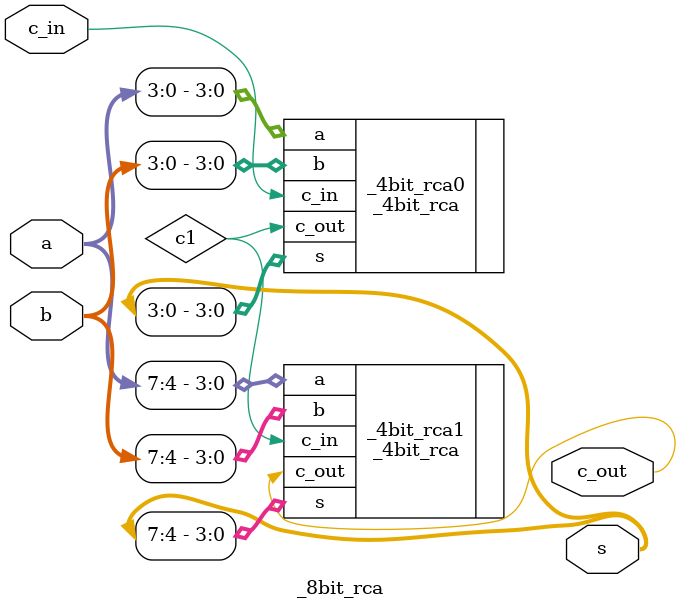
<source format=sv>
`ifndef __8BIT_RCA_SVH_
`define __8BIT_RCA_SVH_

`default_nettype none
`timescale 1us/100 ns

`include "4bit_rca.sv"

module _8bit_rca(a, b, c_in, s, c_out);

    input wire [7:0] a, b;
    input wire c_in;
    output wire [7:0] s;
    output wire c_out;

    wire c1;

    _4bit_rca _4bit_rca0(
        .a(a[3:0]),
        .b(b[3:0]),
        .c_in(c_in),
        .s(s[3:0]),
        .c_out(c1)
    );

    _4bit_rca _4bit_rca1(
        .a(a[7:4]),
        .b(b[7:4]),
        .c_in(c1),
        .s(s[7:4]),
        .c_out(c_out)
    );

endmodule

`endif  /* __8BIT_RCA_SVH_ */

</source>
